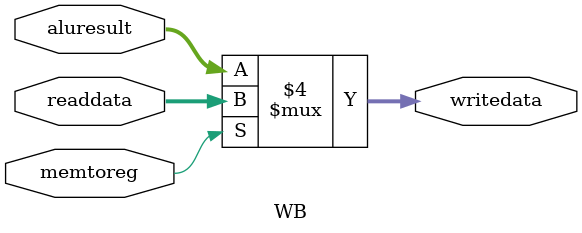
<source format=v>
`timescale 1ns / 1ps
module WB(memtoreg,readdata,aluresult,writedata);
    input memtoreg;
    input [31:0] readdata;
    input [31:0] aluresult;
    output reg [31:0] writedata;
    always @(*) begin
        if (memtoreg == 1'b1) writedata = readdata;
        else writedata = aluresult;
    end
endmodule

</source>
